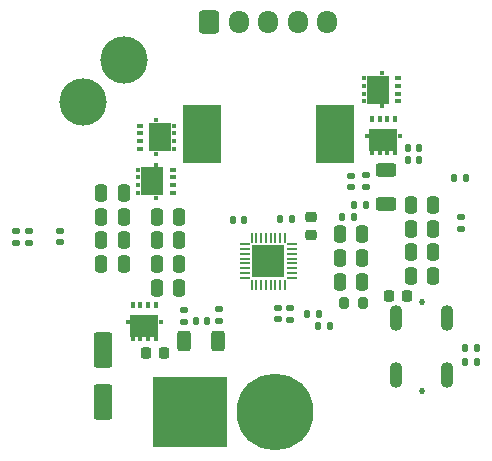
<source format=gbr>
%TF.GenerationSoftware,KiCad,Pcbnew,(6.0.9)*%
%TF.CreationDate,2023-01-25T10:50:16+01:00*%
%TF.ProjectId,BatteryManagementBoard,42617474-6572-4794-9d61-6e6167656d65,rev?*%
%TF.SameCoordinates,Original*%
%TF.FileFunction,Soldermask,Bot*%
%TF.FilePolarity,Negative*%
%FSLAX46Y46*%
G04 Gerber Fmt 4.6, Leading zero omitted, Abs format (unit mm)*
G04 Created by KiCad (PCBNEW (6.0.9)) date 2023-01-25 10:50:16*
%MOMM*%
%LPD*%
G01*
G04 APERTURE LIST*
G04 Aperture macros list*
%AMRoundRect*
0 Rectangle with rounded corners*
0 $1 Rounding radius*
0 $2 $3 $4 $5 $6 $7 $8 $9 X,Y pos of 4 corners*
0 Add a 4 corners polygon primitive as box body*
4,1,4,$2,$3,$4,$5,$6,$7,$8,$9,$2,$3,0*
0 Add four circle primitives for the rounded corners*
1,1,$1+$1,$2,$3*
1,1,$1+$1,$4,$5*
1,1,$1+$1,$6,$7*
1,1,$1+$1,$8,$9*
0 Add four rect primitives between the rounded corners*
20,1,$1+$1,$2,$3,$4,$5,0*
20,1,$1+$1,$4,$5,$6,$7,0*
20,1,$1+$1,$6,$7,$8,$9,0*
20,1,$1+$1,$8,$9,$2,$3,0*%
G04 Aperture macros list end*
%ADD10R,3.250000X5.000000*%
%ADD11C,0.520000*%
%ADD12O,1.100000X2.200000*%
%ADD13RoundRect,0.135000X-0.185000X0.135000X-0.185000X-0.135000X0.185000X-0.135000X0.185000X0.135000X0*%
%ADD14RoundRect,0.135000X-0.135000X-0.185000X0.135000X-0.185000X0.135000X0.185000X-0.135000X0.185000X0*%
%ADD15RoundRect,0.250000X-0.250000X-0.475000X0.250000X-0.475000X0.250000X0.475000X-0.250000X0.475000X0*%
%ADD16R,0.430000X0.380000*%
%ADD17R,0.300000X0.400000*%
%ADD18R,1.980000X2.450000*%
%ADD19R,0.500000X0.350000*%
%ADD20RoundRect,0.140000X-0.170000X0.140000X-0.170000X-0.140000X0.170000X-0.140000X0.170000X0.140000X0*%
%ADD21RoundRect,0.250000X0.250000X0.475000X-0.250000X0.475000X-0.250000X-0.475000X0.250000X-0.475000X0*%
%ADD22RoundRect,0.250000X-0.550000X1.250000X-0.550000X-1.250000X0.550000X-1.250000X0.550000X1.250000X0*%
%ADD23RoundRect,0.135000X0.185000X-0.135000X0.185000X0.135000X-0.185000X0.135000X-0.185000X-0.135000X0*%
%ADD24RoundRect,0.225000X0.225000X0.250000X-0.225000X0.250000X-0.225000X-0.250000X0.225000X-0.250000X0*%
%ADD25RoundRect,0.050000X0.337500X0.050000X-0.337500X0.050000X-0.337500X-0.050000X0.337500X-0.050000X0*%
%ADD26RoundRect,0.050000X0.050000X0.337500X-0.050000X0.337500X-0.050000X-0.337500X0.050000X-0.337500X0*%
%ADD27R,2.800000X2.800000*%
%ADD28RoundRect,0.250000X-0.600000X-0.725000X0.600000X-0.725000X0.600000X0.725000X-0.600000X0.725000X0*%
%ADD29O,1.700000X1.950000*%
%ADD30RoundRect,0.225000X0.250000X-0.225000X0.250000X0.225000X-0.250000X0.225000X-0.250000X-0.225000X0*%
%ADD31R,0.380000X0.430000*%
%ADD32R,0.400000X0.300000*%
%ADD33R,2.450000X1.980000*%
%ADD34R,0.350000X0.500000*%
%ADD35RoundRect,0.140000X0.140000X0.170000X-0.140000X0.170000X-0.140000X-0.170000X0.140000X-0.170000X0*%
%ADD36RoundRect,0.135000X0.135000X0.185000X-0.135000X0.185000X-0.135000X-0.185000X0.135000X-0.185000X0*%
%ADD37RoundRect,0.250000X0.625000X-0.312500X0.625000X0.312500X-0.625000X0.312500X-0.625000X-0.312500X0*%
%ADD38RoundRect,0.140000X0.170000X-0.140000X0.170000X0.140000X-0.170000X0.140000X-0.170000X-0.140000X0*%
%ADD39RoundRect,0.218750X0.218750X0.256250X-0.218750X0.256250X-0.218750X-0.256250X0.218750X-0.256250X0*%
%ADD40C,6.500000*%
%ADD41R,6.300000X6.000000*%
%ADD42RoundRect,0.140000X-0.140000X-0.170000X0.140000X-0.170000X0.140000X0.170000X-0.140000X0.170000X0*%
%ADD43RoundRect,0.250000X-0.312500X-0.625000X0.312500X-0.625000X0.312500X0.625000X-0.312500X0.625000X0*%
%ADD44C,4.000000*%
%ADD45RoundRect,0.200000X0.200000X0.275000X-0.200000X0.275000X-0.200000X-0.275000X0.200000X-0.275000X0*%
G04 APERTURE END LIST*
D10*
%TO.C,L301*%
X155625000Y-92000000D03*
X144375000Y-92000000D03*
%TD*%
D11*
%TO.C,J201*%
X163000000Y-113750000D03*
X163000000Y-106250000D03*
D12*
X165150000Y-107600000D03*
X160850000Y-107600000D03*
X165150000Y-112400000D03*
X160850000Y-112400000D03*
%TD*%
D13*
%TO.C,R313*%
X129700000Y-100190000D03*
X129700000Y-101210000D03*
%TD*%
D14*
%TO.C,R505*%
X165720000Y-95710000D03*
X166740000Y-95710000D03*
%TD*%
D15*
%TO.C,C302*%
X162050000Y-100000000D03*
X163950000Y-100000000D03*
%TD*%
D14*
%TO.C,R302*%
X157240000Y-98000000D03*
X158260000Y-98000000D03*
%TD*%
D16*
%TO.C,Q302*%
X159610000Y-86850000D03*
X159610000Y-89650000D03*
D17*
X158110000Y-87275000D03*
X158110000Y-89225000D03*
X158110000Y-87925000D03*
X158110000Y-88575000D03*
D18*
X159250000Y-88250000D03*
D19*
X161010000Y-89225000D03*
X161010000Y-88575000D03*
X161010000Y-87275000D03*
X161010000Y-87925000D03*
%TD*%
D20*
%TO.C,C332*%
X150800000Y-106720000D03*
X150800000Y-107680000D03*
%TD*%
D15*
%TO.C,C304*%
X162050000Y-104000000D03*
X163950000Y-104000000D03*
%TD*%
D21*
%TO.C,C321*%
X142450000Y-105000000D03*
X140550000Y-105000000D03*
%TD*%
D17*
%TO.C,Q304*%
X139000000Y-96975000D03*
X139000000Y-95025000D03*
X139000000Y-95675000D03*
D16*
X140500000Y-97400000D03*
D18*
X140140000Y-96000000D03*
D16*
X140500000Y-94600000D03*
D17*
X139000000Y-96325000D03*
D19*
X141900000Y-96975000D03*
X141900000Y-95675000D03*
X141900000Y-95025000D03*
X141900000Y-96325000D03*
%TD*%
D21*
%TO.C,C306*%
X157950000Y-102500000D03*
X156050000Y-102500000D03*
%TD*%
D14*
%TO.C,R201*%
X166690000Y-111300000D03*
X167710000Y-111300000D03*
%TD*%
D22*
%TO.C,C401*%
X136000000Y-110300000D03*
X136000000Y-114700000D03*
%TD*%
D23*
%TO.C,R318*%
X151800000Y-107710000D03*
X151800000Y-106690000D03*
%TD*%
D13*
%TO.C,R316*%
X166300000Y-98990000D03*
X166300000Y-100010000D03*
%TD*%
D24*
%TO.C,C322*%
X141175000Y-110500000D03*
X139625000Y-110500000D03*
%TD*%
D15*
%TO.C,C301*%
X162050000Y-98000000D03*
X163950000Y-98000000D03*
%TD*%
%TO.C,C315*%
X135850000Y-103000000D03*
X137750000Y-103000000D03*
%TD*%
D25*
%TO.C,U301*%
X151987500Y-101350000D03*
X151987500Y-101750000D03*
X151987500Y-102150000D03*
X151987500Y-102550000D03*
X151987500Y-102950000D03*
X151987500Y-103350000D03*
X151987500Y-103750000D03*
X151987500Y-104150000D03*
D26*
X151400000Y-104737500D03*
X151000000Y-104737500D03*
X150600000Y-104737500D03*
X150200000Y-104737500D03*
X149800000Y-104737500D03*
X149400000Y-104737500D03*
X149000000Y-104737500D03*
X148600000Y-104737500D03*
D25*
X148012500Y-104150000D03*
X148012500Y-103750000D03*
X148012500Y-103350000D03*
X148012500Y-102950000D03*
X148012500Y-102550000D03*
X148012500Y-102150000D03*
X148012500Y-101750000D03*
X148012500Y-101350000D03*
D26*
X148600000Y-100762500D03*
X149000000Y-100762500D03*
X149400000Y-100762500D03*
X149800000Y-100762500D03*
X150200000Y-100762500D03*
X150600000Y-100762500D03*
X151000000Y-100762500D03*
X151400000Y-100762500D03*
D27*
X150000000Y-102750000D03*
%TD*%
D28*
%TO.C,J208*%
X145000000Y-82525000D03*
D29*
X147500000Y-82525000D03*
X150000000Y-82525000D03*
X152500000Y-82525000D03*
X155000000Y-82525000D03*
%TD*%
D15*
%TO.C,C303*%
X162050000Y-102000000D03*
X163950000Y-102000000D03*
%TD*%
D14*
%TO.C,R202*%
X166690000Y-110100000D03*
X167710000Y-110100000D03*
%TD*%
D21*
%TO.C,C318*%
X142450000Y-99000000D03*
X140550000Y-99000000D03*
%TD*%
%TO.C,C320*%
X142450000Y-103000000D03*
X140550000Y-103000000D03*
%TD*%
D30*
%TO.C,C325*%
X153600000Y-100575000D03*
X153600000Y-99025000D03*
%TD*%
D31*
%TO.C,Q305*%
X138100000Y-107890000D03*
D32*
X140475000Y-109390000D03*
X138525000Y-109390000D03*
D31*
X140900000Y-107890000D03*
D32*
X139175000Y-109390000D03*
X139825000Y-109390000D03*
D33*
X139500000Y-108250000D03*
D34*
X140475000Y-106490000D03*
X139175000Y-106490000D03*
X138525000Y-106490000D03*
X139825000Y-106490000D03*
%TD*%
D35*
%TO.C,C308*%
X157230000Y-99000000D03*
X156270000Y-99000000D03*
%TD*%
D36*
%TO.C,R310*%
X154260000Y-107250000D03*
X153240000Y-107250000D03*
%TD*%
D13*
%TO.C,R306*%
X145800000Y-106790000D03*
X145800000Y-107810000D03*
%TD*%
D37*
%TO.C,R301*%
X160000000Y-97962500D03*
X160000000Y-95037500D03*
%TD*%
D38*
%TO.C,C309*%
X157000000Y-96480000D03*
X157000000Y-95520000D03*
%TD*%
D39*
%TO.C,F201*%
X161787500Y-105750000D03*
X160212500Y-105750000D03*
%TD*%
D40*
%TO.C,J204*%
X150600000Y-115500000D03*
D41*
X143400000Y-115500000D03*
%TD*%
D42*
%TO.C,C310*%
X161820000Y-93200000D03*
X162780000Y-93200000D03*
%TD*%
D21*
%TO.C,C305*%
X157950000Y-104500000D03*
X156050000Y-104500000D03*
%TD*%
D15*
%TO.C,C316*%
X135850000Y-101000000D03*
X137750000Y-101000000D03*
%TD*%
D42*
%TO.C,C313*%
X147020000Y-99250000D03*
X147980000Y-99250000D03*
%TD*%
D38*
%TO.C,C333*%
X132400000Y-101180000D03*
X132400000Y-100220000D03*
%TD*%
D23*
%TO.C,R303*%
X158250000Y-96510000D03*
X158250000Y-95490000D03*
%TD*%
D43*
%TO.C,R304*%
X142837500Y-109500000D03*
X145762500Y-109500000D03*
%TD*%
D32*
%TO.C,Q301*%
X158775000Y-93640000D03*
D31*
X161150000Y-92140000D03*
D32*
X160725000Y-93640000D03*
X160075000Y-93640000D03*
X159425000Y-93640000D03*
D31*
X158350000Y-92140000D03*
D33*
X159750000Y-92500000D03*
D34*
X160725000Y-90740000D03*
X158775000Y-90740000D03*
X160075000Y-90740000D03*
X159425000Y-90740000D03*
%TD*%
D44*
%TO.C,J202*%
X137817767Y-85732233D03*
X134282233Y-89267767D03*
%TD*%
D35*
%TO.C,C312*%
X151980000Y-99200000D03*
X151020000Y-99200000D03*
%TD*%
D18*
%TO.C,Q303*%
X140860000Y-92250000D03*
D16*
X140500000Y-93650000D03*
D17*
X142000000Y-91275000D03*
D16*
X140500000Y-90850000D03*
D17*
X142000000Y-93225000D03*
X142000000Y-92575000D03*
X142000000Y-91925000D03*
D19*
X139100000Y-91275000D03*
X139100000Y-91925000D03*
X139100000Y-93225000D03*
X139100000Y-92575000D03*
%TD*%
D15*
%TO.C,C314*%
X135850000Y-97000000D03*
X137750000Y-97000000D03*
%TD*%
D36*
%TO.C,R312*%
X155260000Y-108250000D03*
X154240000Y-108250000D03*
%TD*%
D45*
%TO.C,R307*%
X158025000Y-106300000D03*
X156375000Y-106300000D03*
%TD*%
D21*
%TO.C,C307*%
X157950000Y-100500000D03*
X156050000Y-100500000D03*
%TD*%
D42*
%TO.C,C323*%
X143840000Y-107800000D03*
X144800000Y-107800000D03*
%TD*%
D13*
%TO.C,R317*%
X128600000Y-100190000D03*
X128600000Y-101210000D03*
%TD*%
D21*
%TO.C,C319*%
X142450000Y-101000000D03*
X140550000Y-101000000D03*
%TD*%
D42*
%TO.C,C311*%
X161820000Y-94200000D03*
X162780000Y-94200000D03*
%TD*%
D15*
%TO.C,C317*%
X135850000Y-99000000D03*
X137750000Y-99000000D03*
%TD*%
D13*
%TO.C,R305*%
X142900000Y-106890000D03*
X142900000Y-107910000D03*
%TD*%
M02*

</source>
